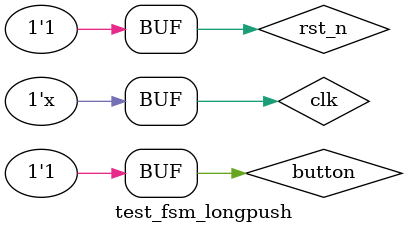
<source format=v>
module test_fsm_longpush;
       
    wire longpush;
    reg button;
    reg clk;
    reg rst_n;
        
    fsm_longpush U0 (longpush, button, clk, rst_n);
    
    always 
        #10 clk  = ~clk;
        
    initial
    begin
        clk = 0; rst_n = 1;
        #10 rst_n = 0;
        #10 rst_n = 1; button = 0;
        #20 button = 1;
        #20 button = 0;
        #20 button = 1;
        #20 button = 1;
        end

endmodule
</source>
